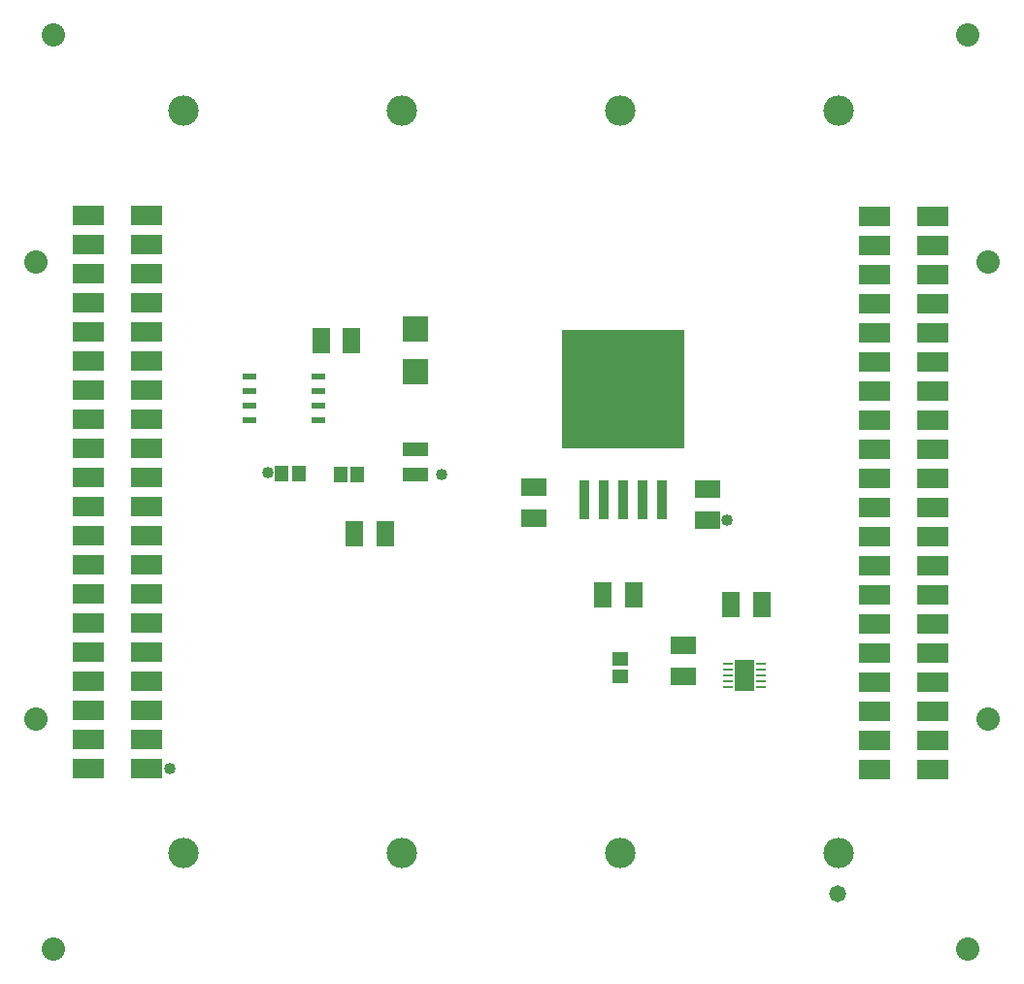
<source format=gbs>
G04*
G04 #@! TF.GenerationSoftware,Altium Limited,Altium Designer,22.2.1 (43)*
G04*
G04 Layer_Color=16711935*
%FSLAX25Y25*%
%MOIN*%
G70*
G04*
G04 #@! TF.SameCoordinates,2BD9F523-0FC0-4ADC-A514-1134C6E00D61*
G04*
G04*
G04 #@! TF.FilePolarity,Negative*
G04*
G01*
G75*
%ADD12C,0.10445*%
%ADD13C,0.08000*%
%ADD14C,0.05800*%
%ADD15C,0.04000*%
%ADD21R,0.08701X0.08584*%
%ADD24R,0.04600X0.02200*%
%ADD27R,0.03800X0.13800*%
%ADD28R,0.42200X0.40800*%
%ADD30R,0.08700X0.04700*%
%ADD31R,0.03200X0.01000*%
%ADD32R,0.06900X0.10630*%
%ADD33R,0.04756X0.05543*%
%ADD34R,0.11016X0.07000*%
%ADD35R,0.06331X0.08693*%
%ADD36R,0.05543X0.04756*%
%ADD37R,0.08693X0.06331*%
D12*
X64500Y-301000D02*
D03*
X214500Y-46000D02*
D03*
X64500D02*
D03*
X289500Y-301000D02*
D03*
Y-46000D02*
D03*
X214500Y-301000D02*
D03*
X139500D02*
D03*
Y-46000D02*
D03*
D13*
X341000Y-255000D02*
D03*
Y-98000D02*
D03*
X14000Y-255000D02*
D03*
Y-98000D02*
D03*
X20000Y-334000D02*
D03*
X334000D02*
D03*
Y-20000D02*
D03*
X20000D02*
D03*
D14*
X289300Y-315100D02*
D03*
D15*
X93500Y-170400D02*
D03*
X59900Y-271900D02*
D03*
X251322Y-186700D02*
D03*
X153156Y-170900D02*
D03*
D21*
X144400Y-135600D02*
D03*
Y-120976D02*
D03*
D24*
X111100Y-137300D02*
D03*
Y-142300D02*
D03*
Y-147300D02*
D03*
Y-152300D02*
D03*
X87300D02*
D03*
Y-147300D02*
D03*
Y-142300D02*
D03*
Y-137300D02*
D03*
D27*
X229086Y-179600D02*
D03*
X222393D02*
D03*
X215700D02*
D03*
X209007D02*
D03*
X202314D02*
D03*
D28*
X215700Y-141600D02*
D03*
D30*
X144400Y-162300D02*
D03*
Y-171000D02*
D03*
D31*
X263100Y-236124D02*
D03*
Y-238093D02*
D03*
Y-240062D02*
D03*
Y-242031D02*
D03*
Y-244000D02*
D03*
X251500D02*
D03*
Y-242031D02*
D03*
Y-240062D02*
D03*
Y-238093D02*
D03*
Y-236124D02*
D03*
D32*
X257300Y-240062D02*
D03*
D33*
X124400Y-171000D02*
D03*
X118494D02*
D03*
X104153Y-170600D02*
D03*
X98247D02*
D03*
D34*
X51882Y-272100D02*
D03*
X32000D02*
D03*
X51882Y-262100D02*
D03*
X32000D02*
D03*
X51882Y-252100D02*
D03*
X32000D02*
D03*
X51882Y-242100D02*
D03*
X32000D02*
D03*
X51882Y-232100D02*
D03*
X32000D02*
D03*
X51882Y-222100D02*
D03*
X32000D02*
D03*
X51882Y-212100D02*
D03*
X32000D02*
D03*
X51882Y-202100D02*
D03*
X32000D02*
D03*
X51882Y-192100D02*
D03*
X32000D02*
D03*
X51882Y-182100D02*
D03*
X32000D02*
D03*
X51882Y-172100D02*
D03*
X32000D02*
D03*
X51882Y-162100D02*
D03*
X32000D02*
D03*
X51882Y-152100D02*
D03*
X32000D02*
D03*
X51882Y-142100D02*
D03*
X32000D02*
D03*
X51882Y-132100D02*
D03*
X32000D02*
D03*
X51882Y-122100D02*
D03*
X32000D02*
D03*
X51882Y-112100D02*
D03*
X32000D02*
D03*
X51882Y-102100D02*
D03*
X32000D02*
D03*
X51882Y-92100D02*
D03*
X32000D02*
D03*
X51882Y-82100D02*
D03*
X32000D02*
D03*
X321882Y-272300D02*
D03*
X302000D02*
D03*
X321882Y-262300D02*
D03*
X302000D02*
D03*
X321882Y-252300D02*
D03*
X302000D02*
D03*
X321882Y-242300D02*
D03*
X302000D02*
D03*
X321882Y-232300D02*
D03*
X302000D02*
D03*
X321882Y-222300D02*
D03*
X302000D02*
D03*
X321882Y-212300D02*
D03*
X302000D02*
D03*
X321882Y-202300D02*
D03*
X302000D02*
D03*
X321882Y-192300D02*
D03*
X302000D02*
D03*
X321882Y-182300D02*
D03*
X302000D02*
D03*
X321882Y-172300D02*
D03*
X302000D02*
D03*
X321882Y-162300D02*
D03*
X302000D02*
D03*
X321882Y-152300D02*
D03*
X302000D02*
D03*
X321882Y-142300D02*
D03*
X302000D02*
D03*
X321882Y-132300D02*
D03*
X302000D02*
D03*
X321882Y-122300D02*
D03*
X302000D02*
D03*
X321882Y-112300D02*
D03*
X302000D02*
D03*
X321882Y-102300D02*
D03*
X302000D02*
D03*
X321882Y-92300D02*
D03*
X302000D02*
D03*
X321882Y-82300D02*
D03*
X302000D02*
D03*
D35*
X133800Y-191400D02*
D03*
X123170D02*
D03*
X263330Y-215700D02*
D03*
X252700D02*
D03*
X208594Y-212300D02*
D03*
X219224D02*
D03*
X122455Y-125101D02*
D03*
X111825D02*
D03*
D36*
X214500Y-234452D02*
D03*
Y-240357D02*
D03*
D37*
X236182Y-240259D02*
D03*
Y-229629D02*
D03*
X184900Y-185915D02*
D03*
Y-175285D02*
D03*
X244700Y-176070D02*
D03*
Y-186700D02*
D03*
M02*

</source>
